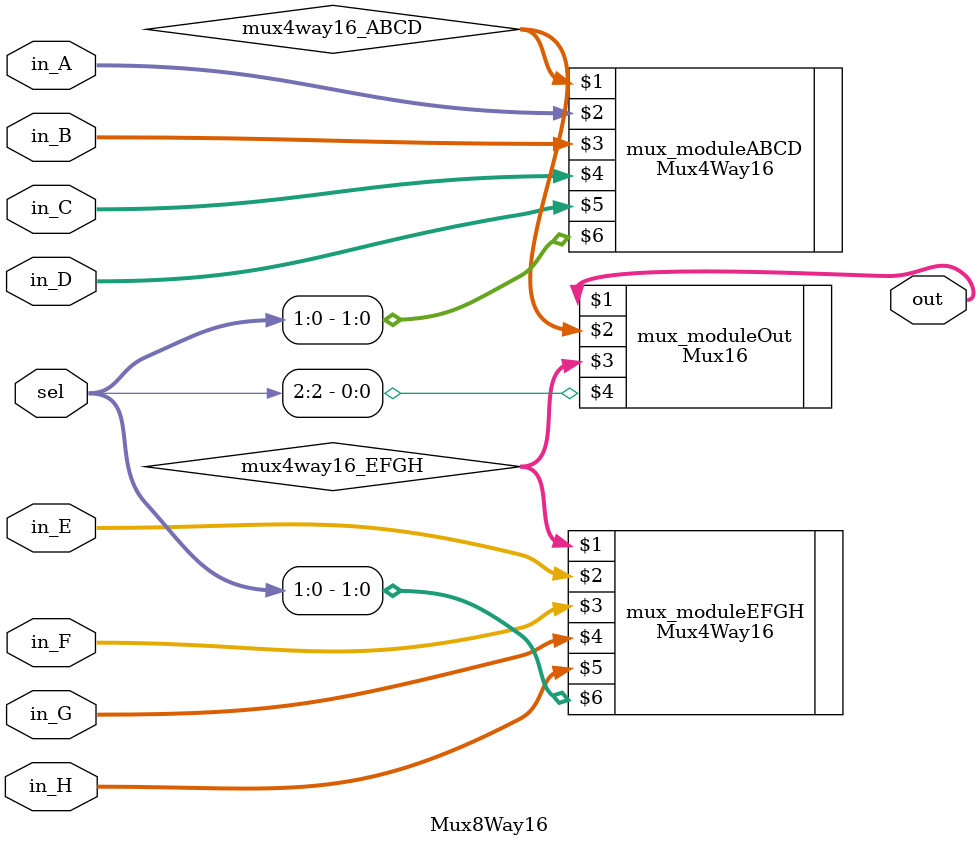
<source format=v>
/* módulo Mux4Way */

`include "Mux16.v"
`include "Mux4Way16.v"

`ifndef _MUX8WAY16_
`define _MUX8WAY16_

module Mux8Way16(out, in_A, in_B, in_C, in_D, in_E, in_F, in_G, in_H, sel);
    input [15:0] in_A, in_B, in_C, in_D , in_E, in_F, in_G, in_H;
    input [2:0] sel;
    wire [15:0] mux4way16_ABCD, mux4way16_EFGH;
    output [15:0] out;

    Mux4Way16 mux_moduleABCD(mux4way16_ABCD, in_A, in_B,in_C, in_D, sel[1:0]);
    Mux4Way16 mux_moduleEFGH(mux4way16_EFGH, in_E, in_F, in_G, in_H, sel[1:0]);
    Mux16 mux_moduleOut(out, mux4way16_ABCD, mux4way16_EFGH, sel[2]);
endmodule

`endif
</source>
